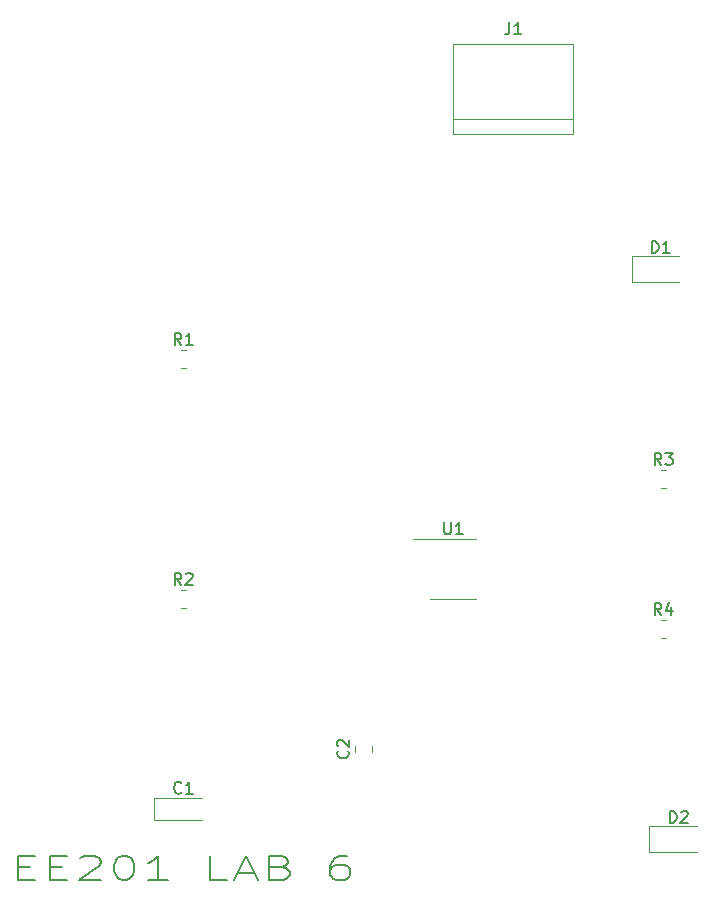
<source format=gbr>
%TF.GenerationSoftware,KiCad,Pcbnew,(6.0.10)*%
%TF.CreationDate,2023-02-17T15:23:00-08:00*%
%TF.ProjectId,Exercise 2 lab 6,45786572-6369-4736-9520-32206c616220,rev?*%
%TF.SameCoordinates,Original*%
%TF.FileFunction,Legend,Top*%
%TF.FilePolarity,Positive*%
%FSLAX46Y46*%
G04 Gerber Fmt 4.6, Leading zero omitted, Abs format (unit mm)*
G04 Created by KiCad (PCBNEW (6.0.10)) date 2023-02-17 15:23:00*
%MOMM*%
%LPD*%
G01*
G04 APERTURE LIST*
%ADD10C,0.150000*%
%ADD11C,0.120000*%
G04 APERTURE END LIST*
D10*
X79980000Y-124317142D02*
X80980000Y-124317142D01*
X81408571Y-125364761D02*
X79980000Y-125364761D01*
X79980000Y-123364761D01*
X81408571Y-123364761D01*
X82694285Y-124317142D02*
X83694285Y-124317142D01*
X84122857Y-125364761D02*
X82694285Y-125364761D01*
X82694285Y-123364761D01*
X84122857Y-123364761D01*
X85265714Y-123555238D02*
X85408571Y-123460000D01*
X85694285Y-123364761D01*
X86408571Y-123364761D01*
X86694285Y-123460000D01*
X86837142Y-123555238D01*
X86980000Y-123745714D01*
X86980000Y-123936190D01*
X86837142Y-124221904D01*
X85122857Y-125364761D01*
X86980000Y-125364761D01*
X88837142Y-123364761D02*
X89122857Y-123364761D01*
X89408571Y-123460000D01*
X89551428Y-123555238D01*
X89694285Y-123745714D01*
X89837142Y-124126666D01*
X89837142Y-124602857D01*
X89694285Y-124983809D01*
X89551428Y-125174285D01*
X89408571Y-125269523D01*
X89122857Y-125364761D01*
X88837142Y-125364761D01*
X88551428Y-125269523D01*
X88408571Y-125174285D01*
X88265714Y-124983809D01*
X88122857Y-124602857D01*
X88122857Y-124126666D01*
X88265714Y-123745714D01*
X88408571Y-123555238D01*
X88551428Y-123460000D01*
X88837142Y-123364761D01*
X92694285Y-125364761D02*
X90980000Y-125364761D01*
X91837142Y-125364761D02*
X91837142Y-123364761D01*
X91551428Y-123650476D01*
X91265714Y-123840952D01*
X90980000Y-123936190D01*
X97694285Y-125364761D02*
X96265714Y-125364761D01*
X96265714Y-123364761D01*
X98551428Y-124793333D02*
X99980000Y-124793333D01*
X98265714Y-125364761D02*
X99265714Y-123364761D01*
X100265714Y-125364761D01*
X102265714Y-124317142D02*
X102694285Y-124412380D01*
X102837142Y-124507619D01*
X102980000Y-124698095D01*
X102980000Y-124983809D01*
X102837142Y-125174285D01*
X102694285Y-125269523D01*
X102408571Y-125364761D01*
X101265714Y-125364761D01*
X101265714Y-123364761D01*
X102265714Y-123364761D01*
X102551428Y-123460000D01*
X102694285Y-123555238D01*
X102837142Y-123745714D01*
X102837142Y-123936190D01*
X102694285Y-124126666D01*
X102551428Y-124221904D01*
X102265714Y-124317142D01*
X101265714Y-124317142D01*
X107837142Y-123364761D02*
X107265714Y-123364761D01*
X106980000Y-123460000D01*
X106837142Y-123555238D01*
X106551428Y-123840952D01*
X106408571Y-124221904D01*
X106408571Y-124983809D01*
X106551428Y-125174285D01*
X106694285Y-125269523D01*
X106980000Y-125364761D01*
X107551428Y-125364761D01*
X107837142Y-125269523D01*
X107980000Y-125174285D01*
X108122857Y-124983809D01*
X108122857Y-124507619D01*
X107980000Y-124317142D01*
X107837142Y-124221904D01*
X107551428Y-124126666D01*
X106980000Y-124126666D01*
X106694285Y-124221904D01*
X106551428Y-124317142D01*
X106408571Y-124507619D01*
%TO.C,D1*%
X133651904Y-72292380D02*
X133651904Y-71292380D01*
X133890000Y-71292380D01*
X134032857Y-71340000D01*
X134128095Y-71435238D01*
X134175714Y-71530476D01*
X134223333Y-71720952D01*
X134223333Y-71863809D01*
X134175714Y-72054285D01*
X134128095Y-72149523D01*
X134032857Y-72244761D01*
X133890000Y-72292380D01*
X133651904Y-72292380D01*
X135175714Y-72292380D02*
X134604285Y-72292380D01*
X134890000Y-72292380D02*
X134890000Y-71292380D01*
X134794761Y-71435238D01*
X134699523Y-71530476D01*
X134604285Y-71578095D01*
%TO.C,D2*%
X135169404Y-120552380D02*
X135169404Y-119552380D01*
X135407500Y-119552380D01*
X135550357Y-119600000D01*
X135645595Y-119695238D01*
X135693214Y-119790476D01*
X135740833Y-119980952D01*
X135740833Y-120123809D01*
X135693214Y-120314285D01*
X135645595Y-120409523D01*
X135550357Y-120504761D01*
X135407500Y-120552380D01*
X135169404Y-120552380D01*
X136121785Y-119647619D02*
X136169404Y-119600000D01*
X136264642Y-119552380D01*
X136502738Y-119552380D01*
X136597976Y-119600000D01*
X136645595Y-119647619D01*
X136693214Y-119742857D01*
X136693214Y-119838095D01*
X136645595Y-119980952D01*
X136074166Y-120552380D01*
X136693214Y-120552380D01*
%TO.C,R2*%
X93813333Y-100402380D02*
X93480000Y-99926190D01*
X93241904Y-100402380D02*
X93241904Y-99402380D01*
X93622857Y-99402380D01*
X93718095Y-99450000D01*
X93765714Y-99497619D01*
X93813333Y-99592857D01*
X93813333Y-99735714D01*
X93765714Y-99830952D01*
X93718095Y-99878571D01*
X93622857Y-99926190D01*
X93241904Y-99926190D01*
X94194285Y-99497619D02*
X94241904Y-99450000D01*
X94337142Y-99402380D01*
X94575238Y-99402380D01*
X94670476Y-99450000D01*
X94718095Y-99497619D01*
X94765714Y-99592857D01*
X94765714Y-99688095D01*
X94718095Y-99830952D01*
X94146666Y-100402380D01*
X94765714Y-100402380D01*
%TO.C,C1*%
X93813333Y-117987142D02*
X93765714Y-118034761D01*
X93622857Y-118082380D01*
X93527619Y-118082380D01*
X93384761Y-118034761D01*
X93289523Y-117939523D01*
X93241904Y-117844285D01*
X93194285Y-117653809D01*
X93194285Y-117510952D01*
X93241904Y-117320476D01*
X93289523Y-117225238D01*
X93384761Y-117130000D01*
X93527619Y-117082380D01*
X93622857Y-117082380D01*
X93765714Y-117130000D01*
X93813333Y-117177619D01*
X94765714Y-118082380D02*
X94194285Y-118082380D01*
X94480000Y-118082380D02*
X94480000Y-117082380D01*
X94384761Y-117225238D01*
X94289523Y-117320476D01*
X94194285Y-117368095D01*
%TO.C,R4*%
X134453333Y-102942380D02*
X134120000Y-102466190D01*
X133881904Y-102942380D02*
X133881904Y-101942380D01*
X134262857Y-101942380D01*
X134358095Y-101990000D01*
X134405714Y-102037619D01*
X134453333Y-102132857D01*
X134453333Y-102275714D01*
X134405714Y-102370952D01*
X134358095Y-102418571D01*
X134262857Y-102466190D01*
X133881904Y-102466190D01*
X135310476Y-102275714D02*
X135310476Y-102942380D01*
X135072380Y-101894761D02*
X134834285Y-102609047D01*
X135453333Y-102609047D01*
%TO.C,J1*%
X121586666Y-52792380D02*
X121586666Y-53506666D01*
X121539047Y-53649523D01*
X121443809Y-53744761D01*
X121300952Y-53792380D01*
X121205714Y-53792380D01*
X122586666Y-53792380D02*
X122015238Y-53792380D01*
X122300952Y-53792380D02*
X122300952Y-52792380D01*
X122205714Y-52935238D01*
X122110476Y-53030476D01*
X122015238Y-53078095D01*
%TO.C,C2*%
X107897142Y-114466666D02*
X107944761Y-114514285D01*
X107992380Y-114657142D01*
X107992380Y-114752380D01*
X107944761Y-114895238D01*
X107849523Y-114990476D01*
X107754285Y-115038095D01*
X107563809Y-115085714D01*
X107420952Y-115085714D01*
X107230476Y-115038095D01*
X107135238Y-114990476D01*
X107040000Y-114895238D01*
X106992380Y-114752380D01*
X106992380Y-114657142D01*
X107040000Y-114514285D01*
X107087619Y-114466666D01*
X107087619Y-114085714D02*
X107040000Y-114038095D01*
X106992380Y-113942857D01*
X106992380Y-113704761D01*
X107040000Y-113609523D01*
X107087619Y-113561904D01*
X107182857Y-113514285D01*
X107278095Y-113514285D01*
X107420952Y-113561904D01*
X107992380Y-114133333D01*
X107992380Y-113514285D01*
%TO.C,U1*%
X116078095Y-95112380D02*
X116078095Y-95921904D01*
X116125714Y-96017142D01*
X116173333Y-96064761D01*
X116268571Y-96112380D01*
X116459047Y-96112380D01*
X116554285Y-96064761D01*
X116601904Y-96017142D01*
X116649523Y-95921904D01*
X116649523Y-95112380D01*
X117649523Y-96112380D02*
X117078095Y-96112380D01*
X117363809Y-96112380D02*
X117363809Y-95112380D01*
X117268571Y-95255238D01*
X117173333Y-95350476D01*
X117078095Y-95398095D01*
%TO.C,R3*%
X134453333Y-90242380D02*
X134120000Y-89766190D01*
X133881904Y-90242380D02*
X133881904Y-89242380D01*
X134262857Y-89242380D01*
X134358095Y-89290000D01*
X134405714Y-89337619D01*
X134453333Y-89432857D01*
X134453333Y-89575714D01*
X134405714Y-89670952D01*
X134358095Y-89718571D01*
X134262857Y-89766190D01*
X133881904Y-89766190D01*
X134786666Y-89242380D02*
X135405714Y-89242380D01*
X135072380Y-89623333D01*
X135215238Y-89623333D01*
X135310476Y-89670952D01*
X135358095Y-89718571D01*
X135405714Y-89813809D01*
X135405714Y-90051904D01*
X135358095Y-90147142D01*
X135310476Y-90194761D01*
X135215238Y-90242380D01*
X134929523Y-90242380D01*
X134834285Y-90194761D01*
X134786666Y-90147142D01*
%TO.C,R1*%
X93813333Y-80082380D02*
X93480000Y-79606190D01*
X93241904Y-80082380D02*
X93241904Y-79082380D01*
X93622857Y-79082380D01*
X93718095Y-79130000D01*
X93765714Y-79177619D01*
X93813333Y-79272857D01*
X93813333Y-79415714D01*
X93765714Y-79510952D01*
X93718095Y-79558571D01*
X93622857Y-79606190D01*
X93241904Y-79606190D01*
X94765714Y-80082380D02*
X94194285Y-80082380D01*
X94480000Y-80082380D02*
X94480000Y-79082380D01*
X94384761Y-79225238D01*
X94289523Y-79320476D01*
X94194285Y-79368095D01*
D11*
%TO.C,D1*%
X131930000Y-74795000D02*
X135990000Y-74795000D01*
X135990000Y-72525000D02*
X131930000Y-72525000D01*
X131930000Y-72525000D02*
X131930000Y-74795000D01*
%TO.C,D2*%
X133447500Y-123055000D02*
X137507500Y-123055000D01*
X137507500Y-120785000D02*
X133447500Y-120785000D01*
X133447500Y-120785000D02*
X133447500Y-123055000D01*
%TO.C,R2*%
X93752936Y-102335000D02*
X94207064Y-102335000D01*
X93752936Y-100865000D02*
X94207064Y-100865000D01*
%TO.C,C1*%
X95580000Y-118445000D02*
X91495000Y-118445000D01*
X91495000Y-118445000D02*
X91495000Y-120315000D01*
X91495000Y-120315000D02*
X95580000Y-120315000D01*
%TO.C,R4*%
X134392936Y-103405000D02*
X134847064Y-103405000D01*
X134392936Y-104875000D02*
X134847064Y-104875000D01*
%TO.C,J1*%
X127000000Y-60960000D02*
X116840000Y-60960000D01*
X127000000Y-62230000D02*
X127000000Y-54610000D01*
X116840000Y-62230000D02*
X127000000Y-62230000D01*
X127000000Y-54610000D02*
X116840000Y-54610000D01*
X116840000Y-54610000D02*
X116840000Y-62230000D01*
%TO.C,C2*%
X108485000Y-114561252D02*
X108485000Y-114038748D01*
X109955000Y-114561252D02*
X109955000Y-114038748D01*
%TO.C,U1*%
X116840000Y-101620000D02*
X114890000Y-101620000D01*
X116840000Y-96500000D02*
X118790000Y-96500000D01*
X116840000Y-101620000D02*
X118790000Y-101620000D01*
X116840000Y-96500000D02*
X113390000Y-96500000D01*
%TO.C,R3*%
X134392936Y-92175000D02*
X134847064Y-92175000D01*
X134392936Y-90705000D02*
X134847064Y-90705000D01*
%TO.C,R1*%
X93752936Y-80545000D02*
X94207064Y-80545000D01*
X93752936Y-82015000D02*
X94207064Y-82015000D01*
%TD*%
M02*

</source>
